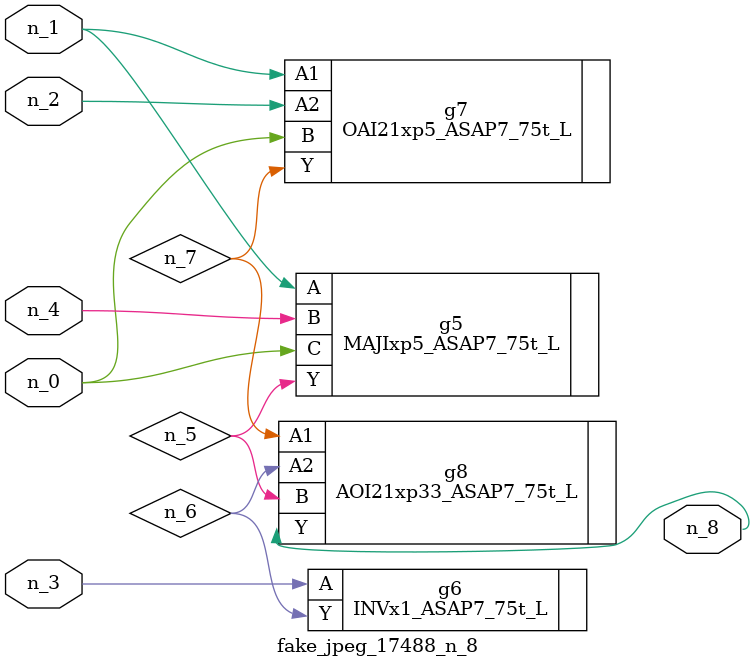
<source format=v>
module fake_jpeg_17488_n_8 (n_3, n_2, n_1, n_0, n_4, n_8);

input n_3;
input n_2;
input n_1;
input n_0;
input n_4;

output n_8;

wire n_6;
wire n_5;
wire n_7;

MAJIxp5_ASAP7_75t_L g5 ( 
.A(n_1),
.B(n_4),
.C(n_0),
.Y(n_5)
);

INVx1_ASAP7_75t_L g6 ( 
.A(n_3),
.Y(n_6)
);

OAI21xp5_ASAP7_75t_L g7 ( 
.A1(n_1),
.A2(n_2),
.B(n_0),
.Y(n_7)
);

AOI21xp33_ASAP7_75t_L g8 ( 
.A1(n_7),
.A2(n_6),
.B(n_5),
.Y(n_8)
);


endmodule
</source>
